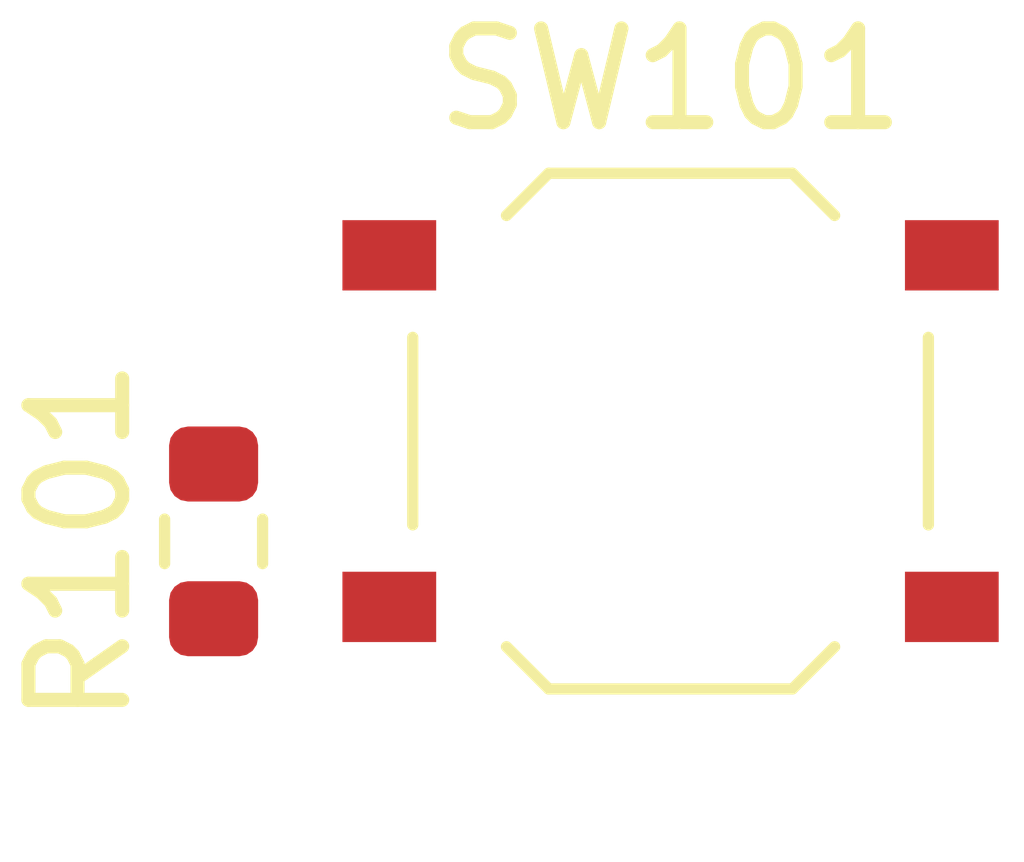
<source format=kicad_pcb>
(kicad_pcb (version 20240108) (generator "pcbnew") (generator_version "8.0")
  (layers (0 "F.Cu" signal) (31 "B.Cu" signal) (34 "B.Paste" user) (35 "F.Paste" user) (36 "B.SilkS" user "B.Silkscreen") (37 "F.SilkS" user "F.Silkscreen") (38 "B.Mask" user) (39 "F.Mask" user) (44 "Edge.Cuts" user))
  (net 0 "")
  (net 1 "/GND")
  (net 2 "/BUTTON")
  (net 3 "/+3v3")
  (footprint "Button_Switch_SMD:SW_Push_1P1T_XKB_TS-1187A" (layer "F.Cu") (at 70.787 56.037)
    (property "Reference" "SW101" (at 0 -3.75 0) (layer "F.SilkS"))
    (property "Value" "SW_Push")
    (fp_line (start -2.75 -1) (end -2.75 1) (stroke (width 0.12)) (layer "F.SilkS"))
    (fp_line (start -1.75 -2.3) (end -1.3 -2.75) (stroke (width 0.12)) (layer "F.SilkS"))
    (fp_line (start -1.75 2.3) (end -1.3 2.75) (stroke (width 0.12)) (layer "F.SilkS"))
    (fp_line (start -1.3 -2.75) (end 1.3 -2.75) (stroke (width 0.12)) (layer "F.SilkS"))
    (fp_line (start -1.3 2.75) (end 1.3 2.75) (stroke (width 0.12)) (layer "F.SilkS"))
    (fp_line (start 1.75 -2.3) (end 1.3 -2.75) (stroke (width 0.12)) (layer "F.SilkS"))
    (fp_line (start 1.75 2.3) (end 1.3 2.75) (stroke (width 0.12)) (layer "F.SilkS"))
    (fp_line (start 2.75 -1) (end 2.75 1) (stroke (width 0.12)) (layer "F.SilkS"))
    (pad "1" smd rect (at -3 -1.875) (size 1 0.75) (layers "F.Cu" "F.Paste" "F.Mask") (net 3 "/+3v3"))
    (pad "1" smd rect (at 3 -1.875) (size 1 0.75) (layers "F.Cu" "F.Paste" "F.Mask") (net 3 "/+3v3"))
    (pad "2" smd rect (at -3 1.875) (size 1 0.75) (layers "F.Cu" "F.Paste" "F.Mask") (net 2 "/BUTTON"))
    (pad "2" smd rect (at 3 1.875) (size 1 0.75) (layers "F.Cu" "F.Paste" "F.Mask") (net 2 "/BUTTON"))
  )
  (footprint "Resistor_SMD:R_0603_1608Metric" (layer "F.Cu") (at 65.913 57.213 90)
    (property "Reference" "R101" (at 0 -1.43 90) (layer "F.SilkS"))
    (property "Value" "10k")
    (fp_line (start -0.237258 -0.5225) (end 0.237258 -0.5225) (stroke (width 0.12)) (layer "F.SilkS"))
    (fp_line (start -0.237258 0.5225) (end 0.237258 0.5225) (stroke (width 0.12)) (layer "F.SilkS"))
    (pad "1" smd roundrect (at -0.825 0 90) (size 0.8 0.95) (layers "F.Cu" "F.Paste" "F.Mask") (net 2 "/BUTTON"))
    (pad "2" smd roundrect (at 0.825 0 90) (size 0.8 0.95) (layers "F.Cu" "F.Paste" "F.Mask") (net 1 "/GND"))
  )
)
</source>
